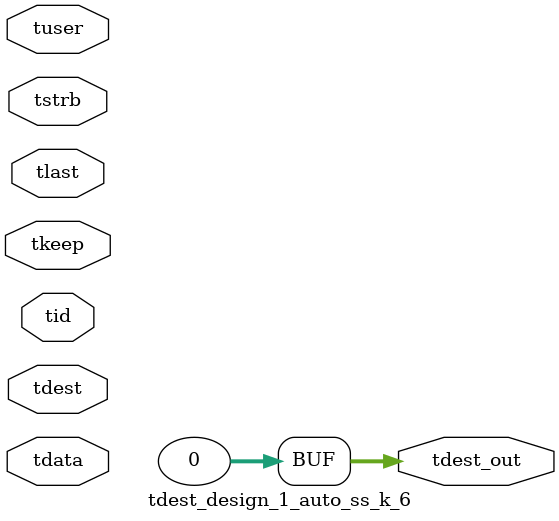
<source format=v>


`timescale 1ps/1ps

module tdest_design_1_auto_ss_k_6 #
(
parameter C_S_AXIS_TDATA_WIDTH = 32,
parameter C_S_AXIS_TUSER_WIDTH = 0,
parameter C_S_AXIS_TID_WIDTH   = 0,
parameter C_S_AXIS_TDEST_WIDTH = 0,
parameter C_M_AXIS_TDEST_WIDTH = 32
)
(
input  [(C_S_AXIS_TDATA_WIDTH == 0 ? 1 : C_S_AXIS_TDATA_WIDTH)-1:0     ] tdata,
input  [(C_S_AXIS_TUSER_WIDTH == 0 ? 1 : C_S_AXIS_TUSER_WIDTH)-1:0     ] tuser,
input  [(C_S_AXIS_TID_WIDTH   == 0 ? 1 : C_S_AXIS_TID_WIDTH)-1:0       ] tid,
input  [(C_S_AXIS_TDEST_WIDTH == 0 ? 1 : C_S_AXIS_TDEST_WIDTH)-1:0     ] tdest,
input  [(C_S_AXIS_TDATA_WIDTH/8)-1:0 ] tkeep,
input  [(C_S_AXIS_TDATA_WIDTH/8)-1:0 ] tstrb,
input                                                                    tlast,
output [C_M_AXIS_TDEST_WIDTH-1:0] tdest_out
);

assign tdest_out = {1'b0};

endmodule


</source>
